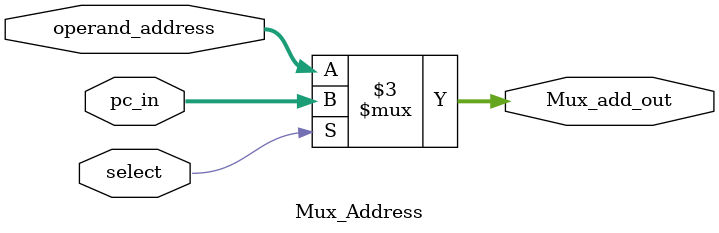
<source format=v>
`timescale 1ns / 1ps

 module Mux_Address  (
     input select,
     input [4:0] pc_in,
     input [4:0] operand_address,
     output reg [4:0] Mux_add_out
     
 );
     always @(*) begin
         if (select) begin

             Mux_add_out <= pc_in;
                      $display("Mux_Address | select = %b | pc_in = %b | operand_address = %b | Mux_add_out = %b", 
                      select, pc_in, operand_address, Mux_add_out);
         end
         else 
             Mux_add_out <= operand_address;
             
         
     end
 endmodule
</source>
